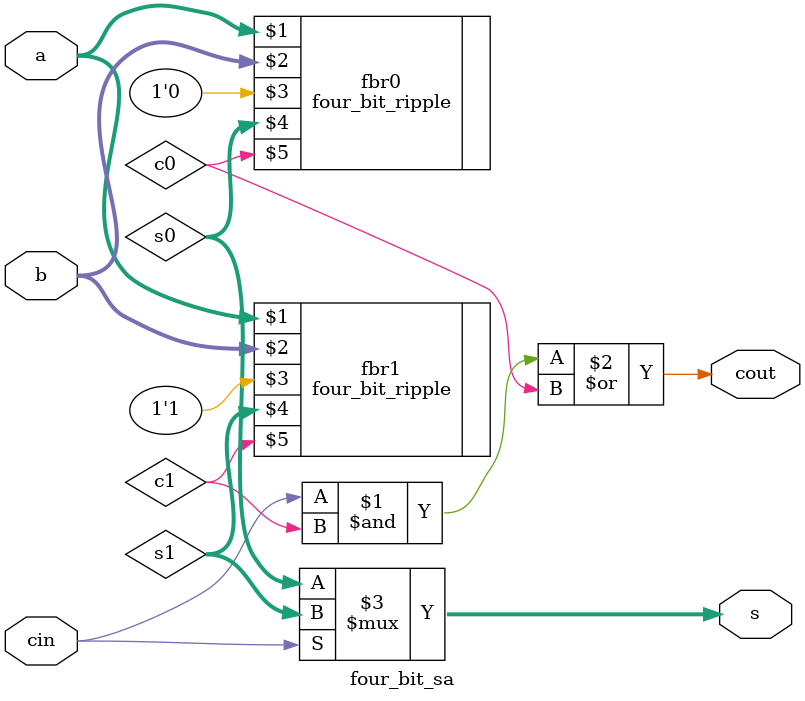
<source format=sv>
module select_adder (
	input  logic  [15:0] a, 
    input  logic  [15:0] b,
	input  logic         cin,
	
	output logic  [15:0] s,
	output logic         cout
);

	/* TODO
		*
		* Insert code here to implement a CSA adder.
		* Your code should be completly combinational (don't use always_ff or always_latch).
		* Feel free to create sub-modules or other files. */
	wire c4, c8, c12;
	four_bit_ripple r30 (a[3:0], b[3:0], cin, s[3:0], c4);

	four_bit_sa sa74 (a[7:4], b[7:4], c4, s[7:4], c8);
	four_bit_sa sa118 (a[11:8], b[11:8], c8, s[11:8], c12);
	four_bit_sa sa1512 (a[15:12], b[15:12], c12, s[15:12], cout);

endmodule


module four_bit_sa (
	input logic [3:0] a,
	input logic [3:0] b,
	input logic cin,
	output logic [3:0] s,
	output logic cout
);
	wire [3:0] s0, s1;
	wire c0, c1;
	four_bit_ripple fbr0(a, b, 1'b0, s0, c0);
	four_bit_ripple fbr1(a, b, 1'b1, s1, c1);
	assign cout = cin&c1 | c0;
	assign s = cin ? s1 : s0;
endmodule
</source>
